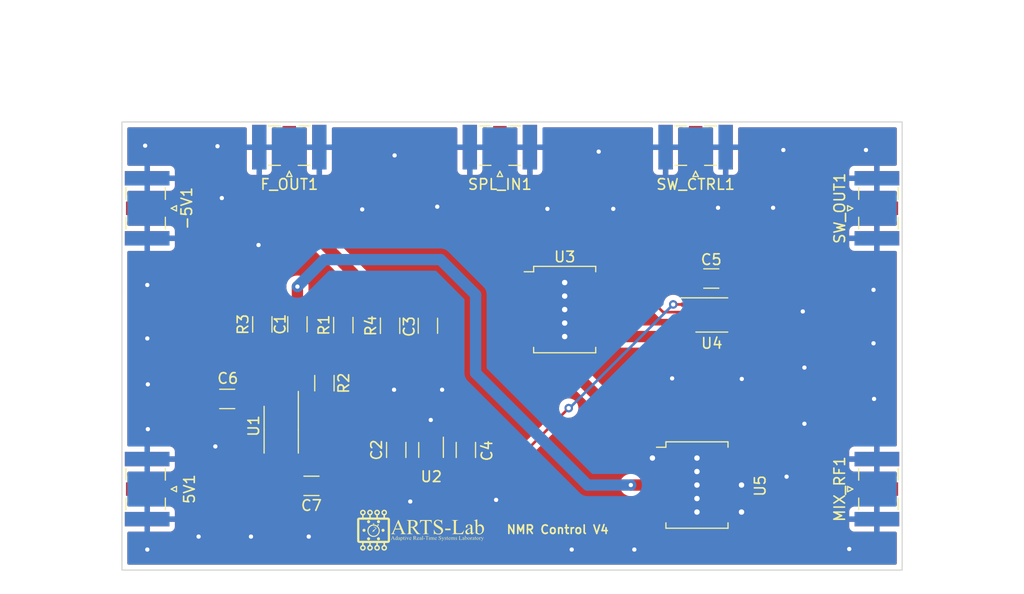
<source format=kicad_pcb>
(kicad_pcb (version 20211014) (generator pcbnew)
  (layers (0 "F.Cu" signal) (31 "B.Cu" signal) (34 "B.Paste" user) (35 "F.Paste" user) (36 "B.SilkS" user "B.Silkscreen") (37 "F.SilkS" user "F.Silkscreen") (38 "B.Mask" user) (39 "F.Mask" user) (44 "Edge.Cuts" user))
  (net 0 "")
  (net 1 "Net-(C1-Pad1)")
  (net 2 "Net-(C1-Pad2)")
  (net 3 "Net-(C2-Pad1)")
  (net 4 "GND")
  (net 5 "Net-(C3-Pad2)")
  (net 6 "Net-(C4-Pad1)")
  (net 7 "Net-(R1-Pad2)")
  (net 8 "Net-(R2-Pad2)")
  (net 12 "Net-(U3-Pad3)")
  (net 13 "Net-(U3-Pad4)")
  (net 15 "Net-(U1-Pad6)")
  (net 16 "Net-(-5V1-Pad1)")
  (net 17 "Net-(MIX_RF1-Pad1)")
  (net 18 "Net-(SPL_IN1-Pad1)")
  (net 19 "Net-(SW_CTRL1-Pad1)")
  (net 20 "Net-(SW_OUT1-Pad1)")
  (footprint "Connector_Coaxial:SMA_Samtec_SMA-J-P-X-ST-EM1_EdgeMount" (layer "F.Cu") (at 103.4685 64.262 -90)
    (fp_text reference "-5V1" (at 0 -3.7195 90) (layer "F.SilkS"))
    (fp_text value "Conn_Coaxial")
    (pad "1" smd rect (at 0 0.2 270) (size 1.27 3.6) (layers "F.Cu" "F.Paste" "F.Mask") (net 16 "Net-(-5V1-Pad1)"))
    (pad "2" smd rect (at 2.825 0 270) (size 1.35 4.2) (layers "F.Cu" "F.Paste" "F.Mask") (net 4 "GND"))
    (pad "2" smd rect (at 2.825 0 270) (size 1.35 4.2) (layers "B.Cu" "B.Paste" "B.Mask") (net 4 "GND"))
    (pad "2" smd rect (at -2.825 0 270) (size 1.35 4.2) (layers "F.Cu" "F.Paste" "F.Mask") (net 4 "GND"))
    (pad "2" smd rect (at -2.825 0 270) (size 1.35 4.2) (layers "B.Cu" "B.Paste" "B.Mask") (net 4 "GND"))
  )
  (footprint "Graphics:ARTS" (layer "F.Cu") (at 129.1844 94.5388)
    (fp_text reference "G***" hide)
    (fp_text value "LOGO" hide)
  )
  (footprint "Capacitor_SMD:C_1206_3216Metric" (layer "F.Cu") (at 117.602 75.1715 90)
    (fp_text reference "C1" (at 0 -1.6256 90) (layer "F.SilkS"))
    (fp_text value "C")
    (pad "1" smd roundrect (at -1.475 0 90) (size 1.15 1.8) (layers "F.Cu" "F.Paste" "F.Mask") (roundrect_rratio 0.2173913043) (net 1 "Net-(C1-Pad1)"))
    (pad "2" smd roundrect (at 1.475 0 90) (size 1.15 1.8) (layers "F.Cu" "F.Paste" "F.Mask") (roundrect_rratio 0.2173913043) (net 2 "Net-(C1-Pad2)"))
  )
  (footprint "Resistor_SMD:R_1206_3216Metric" (layer "F.Cu") (at 120.142 80.7105 -90)
    (fp_text reference "R2" (at 0 -1.82 90) (layer "F.SilkS"))
    (fp_text value "R")
    (pad "1" smd roundrect (at -1.4625 0 270) (size 1.125 1.75) (layers "F.Cu" "F.Paste" "F.Mask") (roundrect_rratio 0.2222222222) (net 7 "Net-(R1-Pad2)"))
    (pad "2" smd roundrect (at 1.4625 0 270) (size 1.125 1.75) (layers "F.Cu" "F.Paste" "F.Mask") (roundrect_rratio 0.2222222222) (net 8 "Net-(R2-Pad2)"))
  )
  (footprint "Connector_Coaxial:SMA_Samtec_SMA-J-P-X-ST-EM1_EdgeMount" (layer "F.Cu") (at 116.84 58.5105 180)
    (fp_text reference "F_OUT1" (at 0 -3.5) (layer "F.SilkS"))
    (fp_text value "Conn_Coaxial")
    (pad "1" smd rect (at 0 0.2 180) (size 1.27 3.6) (layers "F.Cu" "F.Paste" "F.Mask") (net 5 "Net-(C3-Pad2)"))
    (pad "2" smd rect (at -2.825 0 180) (size 1.35 4.2) (layers "F.Cu" "F.Paste" "F.Mask") (net 4 "GND"))
    (pad "2" smd rect (at 2.825 0 180) (size 1.35 4.2) (layers "F.Cu" "F.Paste" "F.Mask") (net 4 "GND"))
    (pad "2" smd rect (at -2.825 0 180) (size 1.35 4.2) (layers "B.Cu" "B.Paste" "B.Mask") (net 4 "GND"))
    (pad "2" smd rect (at 2.825 0 180) (size 1.35 4.2) (layers "B.Cu" "B.Paste" "B.Mask") (net 4 "GND"))
  )
  (footprint "Capacitor_SMD:C_1206_3216Metric" (layer "F.Cu") (at 129.879 75.311 90)
    (fp_text reference "C3" (at -0.0762 -1.7614 90) (layer "F.SilkS"))
    (fp_text value "C")
    (pad "1" smd roundrect (at -1.475 0 90) (size 1.15 1.8) (layers "F.Cu" "F.Paste" "F.Mask") (roundrect_rratio 0.2173913043) (net 4 "GND"))
    (pad "2" smd roundrect (at 1.475 0 90) (size 1.15 1.8) (layers "F.Cu" "F.Paste" "F.Mask") (roundrect_rratio 0.2173913043) (net 5 "Net-(C3-Pad2)"))
  )
  (footprint "Resistor_SMD:R_1206_3216Metric" (layer "F.Cu") (at 121.92 75.2495 -90)
    (fp_text reference "R1" (at 0 1.8288 90) (layer "F.SilkS"))
    (fp_text value "R")
    (pad "1" smd roundrect (at -1.4625 0 270) (size 1.125 1.75) (layers "F.Cu" "F.Paste" "F.Mask") (roundrect_rratio 0.2222222222) (net 4 "GND"))
    (pad "2" smd roundrect (at 1.4625 0 270) (size 1.125 1.75) (layers "F.Cu" "F.Paste" "F.Mask") (roundrect_rratio 0.2222222222) (net 7 "Net-(R1-Pad2)"))
  )
  (footprint "Capacitor_SMD:C_1206_3216Metric" (layer "F.Cu") (at 110.998 82.1944)
    (fp_text reference "C6" (at 0.0508 -1.9304) (layer "F.SilkS"))
    (fp_text value "0.1uF")
    (pad "1" smd roundrect (at -1.475 0) (size 1.15 1.8) (layers "F.Cu" "F.Paste" "F.Mask") (roundrect_rratio 0.2173913043) (net 4 "GND"))
    (pad "2" smd roundrect (at 1.475 0) (size 1.15 1.8) (layers "F.Cu" "F.Paste" "F.Mask") (roundrect_rratio 0.2173913043) (net 16 "Net-(-5V1-Pad1)"))
  )
  (footprint "Connector_Coaxial:SMA_Samtec_SMA-J-P-X-ST-EM1_EdgeMount" (layer "F.Cu") (at 172.1215 64.262 90)
    (fp_text reference "SW_OUT1" (at 0 -3.5 90) (layer "F.SilkS"))
    (fp_text value "Conn_Coaxial")
    (pad "1" smd rect (at 0 0.2 90) (size 1.27 3.6) (layers "F.Cu" "F.Paste" "F.Mask") (net 20 "Net-(SW_OUT1-Pad1)"))
    (pad "2" smd rect (at -2.825 0 90) (size 1.35 4.2) (layers "F.Cu" "F.Paste" "F.Mask") (net 4 "GND"))
    (pad "2" smd rect (at -2.825 0 90) (size 1.35 4.2) (layers "B.Cu" "B.Paste" "B.Mask") (net 4 "GND"))
    (pad "2" smd rect (at 2.825 0 90) (size 1.35 4.2) (layers "B.Cu" "B.Paste" "B.Mask") (net 4 "GND"))
    (pad "2" smd rect (at 2.825 0 90) (size 1.35 4.2) (layers "F.Cu" "F.Paste" "F.Mask") (net 4 "GND"))
  )
  (footprint "Resistor_SMD:R_1206_3216Metric" (layer "F.Cu") (at 114.3 75.184 90)
    (fp_text reference "R3" (at 0 -1.82 90) (layer "F.SilkS"))
    (fp_text value "R")
    (pad "1" smd roundrect (at -1.4625 0 90) (size 1.125 1.75) (layers "F.Cu" "F.Paste" "F.Mask") (roundrect_rratio 0.2222222222) (net 1 "Net-(C1-Pad1)"))
    (pad "2" smd roundrect (at 1.4625 0 90) (size 1.125 1.75) (layers "F.Cu" "F.Paste" "F.Mask") (roundrect_rratio 0.2222222222) (net 4 "GND"))
  )
  (footprint "RF_Mini-Circuits:Mini-Circuits_CD636_LandPatternPL-035" (layer "F.Cu") (at 142.748 73.787)
    (fp_text reference "U3" (at 0.004446 -4.953) (layer "F.SilkS"))
    (fp_text value "ADP-2-1W")
    (pad "1" smd rect (at -2.54 -2.54 270) (size 1.651 2.54) (layers "F.Cu" "F.Paste" "F.Mask") (net 18 "Net-(SPL_IN1-Pad1)") (clearance 0.635))
    (pad "2" smd rect (at -2.54 0 270) (size 1.651 2.54) (layers "F.Cu" "F.Paste" "F.Mask") (clearance 0.635))
    (pad "3" smd rect (at -2.54 2.54 270) (size 1.651 2.54) (layers "F.Cu" "F.Paste" "F.Mask") (net 12 "Net-(U3-Pad3)") (clearance 0.635))
    (pad "4" smd rect (at 2.54 2.54 270) (size 1.651 2.54) (layers "F.Cu" "F.Paste" "F.Mask") (net 13 "Net-(U3-Pad4)") (clearance 0.635))
    (pad "5" smd rect (at 2.54 0 270) (size 1.651 2.54) (layers "F.Cu" "F.Paste" "F.Mask") (clearance 0.635))
    (pad "6" smd rect (at 0.9525 -2.54 270) (size 1.651 0.635) (layers "F.Cu") (net 4 "GND"))
    (pad "6" thru_hole circle (at 0 -1.27 270) (size 1.016 1.016) (drill 0.508) (layers *.Cu) (net 4 "GND"))
    (pad "6" thru_hole circle (at 0 2.54 270) (size 1.016 1.016) (drill 0.508) (layers *.Cu) (net 4 "GND"))
    (pad "6" smd rect (at 2.54 -2.54 270) (size 1.651 2.54) (layers "F.Cu" "F.Paste" "F.Mask") (net 4 "GND"))
    (pad "6" smd rect (at 0 0 270) (size 6.731 1.27) (layers "F.Cu") (net 4 "GND"))
    (pad "6" thru_hole circle (at 0 0 270) (size 1.016 1.016) (drill 0.508) (layers *.Cu) (net 4 "GND"))
    (pad "6" thru_hole circle (at 0 1.27 270) (size 1.016 1.016) (drill 0.508) (layers *.Cu) (net 4 "GND"))
    (pad "6" thru_hole circle (at 0 -2.54 270) (size 1.016 1.016) (drill 0.508) (layers *.Cu) (net 4 "GND"))
  )
  (footprint "Connector_Coaxial:SMA_Samtec_SMA-J-P-X-ST-EM1_EdgeMount" (layer "F.Cu") (at 155.067 58.5105 180)
    (fp_text reference "SW_CTRL1" (at 0 -3.5) (layer "F.SilkS"))
    (fp_text value "Conn_Coaxial")
    (pad "1" smd rect (at 0 0.2 180) (size 1.27 3.6) (layers "F.Cu" "F.Paste" "F.Mask") (net 19 "Net-(SW_CTRL1-Pad1)"))
    (pad "2" smd rect (at -2.825 0 180) (size 1.35 4.2) (layers "F.Cu" "F.Paste" "F.Mask") (net 4 "GND"))
    (pad "2" smd rect (at 2.825 0 180) (size 1.35 4.2) (layers "F.Cu" "F.Paste" "F.Mask") (net 4 "GND"))
    (pad "2" smd rect (at -2.825 0 180) (size 1.35 4.2) (layers "B.Cu" "B.Paste" "B.Mask") (net 4 "GND"))
    (pad "2" smd rect (at 2.825 0 180) (size 1.35 4.2) (layers "B.Cu" "B.Paste" "B.Mask") (net 4 "GND"))
  )
  (footprint "Connector_Coaxial:SMA_Samtec_SMA-J-P-X-ST-EM1_EdgeMount" (layer "F.Cu") (at 136.652 58.5105 180)
    (fp_text reference "SPL_IN1" (at 0 -3.5) (layer "F.SilkS"))
    (fp_text value "Conn_Coaxial")
    (pad "1" smd rect (at 0 0.2 180) (size 1.27 3.6) (layers "F.Cu" "F.Paste" "F.Mask") (net 18 "Net-(SPL_IN1-Pad1)"))
    (pad "2" smd rect (at 2.825 0 180) (size 1.35 4.2) (layers "F.Cu" "F.Paste" "F.Mask") (net 4 "GND"))
    (pad "2" smd rect (at -2.825 0 180) (size 1.35 4.2) (layers "B.Cu" "B.Paste" "B.Mask") (net 4 "GND"))
    (pad "2" smd rect (at 2.825 0 180) (size 1.35 4.2) (layers "B.Cu" "B.Paste" "B.Mask") (net 4 "GND"))
    (pad "2" smd rect (at -2.825 0 180) (size 1.35 4.2) (layers "F.Cu" "F.Paste" "F.Mask") (net 4 "GND"))
  )
  (footprint "Capacitor_SMD:C_1206_3216Metric" (layer "F.Cu") (at 118.9228 90.3732 180)
    (fp_text reference "C7" (at 0 -1.85) (layer "F.SilkS"))
    (fp_text value "0.1uF")
    (pad "1" smd roundrect (at -1.475 0 180) (size 1.15 1.8) (layers "F.Cu" "F.Paste" "F.Mask") (roundrect_rratio 0.2173913043) (net 4 "GND"))
    (pad "2" smd roundrect (at 1.475 0 180) (size 1.15 1.8) (layers "F.Cu" "F.Paste" "F.Mask") (roundrect_rratio 0.2173913043) (net 3 "Net-(C2-Pad1)"))
  )
  (footprint "Package_TO_SOT_SMD:SOT-353_SC-70-5" (layer "F.Cu") (at 130.175 86.995 -90)
    (fp_text reference "U2" (at 2.5146 -0.0254 180) (layer "F.SilkS"))
    (fp_text value "NCP715-1.8V")
    (pad "1" smd rect (at -0.95 -0.65 270) (size 0.65 0.4) (layers "F.Cu" "F.Paste" "F.Mask"))
    (pad "2" smd rect (at -0.95 0 270) (size 0.65 0.4) (layers "F.Cu" "F.Paste" "F.Mask") (net 4 "GND"))
    (pad "3" smd rect (at -0.95 0.65 270) (size 0.65 0.4) (layers "F.Cu" "F.Paste" "F.Mask"))
    (pad "4" smd rect (at 0.95 0.65 270) (size 0.65 0.4) (layers "F.Cu" "F.Paste" "F.Mask") (net 3 "Net-(C2-Pad1)"))
    (pad "5" smd rect (at 0.95 -0.65 270) (size 0.65 0.4) (layers "F.Cu" "F.Paste" "F.Mask") (net 6 "Net-(C4-Pad1)"))
  )
  (footprint "Capacitor_SMD:C_1206_3216Metric" (layer "F.Cu") (at 133.4516 86.995 90)
    (fp_text reference "C4" (at -0.0762 1.9812 90) (layer "F.SilkS"))
    (fp_text value "1 uF")
    (pad "1" smd roundrect (at -1.475 0 90) (size 1.15 1.8) (layers "F.Cu" "F.Paste" "F.Mask") (roundrect_rratio 0.2173913043) (net 6 "Net-(C4-Pad1)"))
    (pad "2" smd roundrect (at 1.475 0 90) (size 1.15 1.8) (layers "F.Cu" "F.Paste" "F.Mask") (roundrect_rratio 0.2173913043) (net 4 "GND"))
  )
  (footprint "Capacitor_SMD:C_1206_3216Metric" (layer "F.Cu") (at 126.8984 86.995 90)
    (fp_text reference "C2" (at 0 -1.85 90) (layer "F.SilkS"))
    (fp_text value "1 uF")
    (pad "1" smd roundrect (at -1.475 0 90) (size 1.15 1.8) (layers "F.Cu" "F.Paste" "F.Mask") (roundrect_rratio 0.2173913043) (net 3 "Net-(C2-Pad1)"))
    (pad "2" smd roundrect (at 1.475 0 90) (size 1.15 1.8) (layers "F.Cu" "F.Paste" "F.Mask") (roundrect_rratio 0.2173913043) (net 4 "GND"))
  )
  (footprint "Resistor_SMD:R_1206_3216Metric" (layer "F.Cu") (at 126.323 75.311 90)
    (fp_text reference "R4" (at 0 -1.82 90) (layer "F.SilkS"))
    (fp_text value "R")
    (pad "1" smd roundrect (at -1.4625 0 90) (size 1.125 1.75) (layers "F.Cu" "F.Paste" "F.Mask") (roundrect_rratio 0.2222222222) (net 8 "Net-(R2-Pad2)"))
    (pad "2" smd roundrect (at 1.4625 0 90) (size 1.125 1.75) (layers "F.Cu" "F.Paste" "F.Mask") (roundrect_rratio 0.2222222222) (net 5 "Net-(C3-Pad2)"))
  )
  (footprint "Connector_Coaxial:SMA_Samtec_SMA-J-P-X-ST-EM1_EdgeMount" (layer "F.Cu") (at 103.4685 90.678 -90)
    (fp_text reference "5V1" (at 0 -3.9735 90) (layer "F.SilkS"))
    (fp_text value "Conn_Coaxial")
    (pad "1" smd rect (at 0 0.2 270) (size 1.27 3.6) (layers "F.Cu" "F.Paste" "F.Mask") (net 3 "Net-(C2-Pad1)"))
    (pad "2" smd rect (at 2.825 0 270) (size 1.35 4.2) (layers "B.Cu" "B.Paste" "B.Mask") (net 4 "GND"))
    (pad "2" smd rect (at -2.825 0 270) (size 1.35 4.2) (layers "F.Cu" "F.Paste" "F.Mask") (net 4 "GND"))
    (pad "2" smd rect (at 2.825 0 270) (size 1.35 4.2) (layers "F.Cu" "F.Paste" "F.Mask") (net 4 "GND"))
    (pad "2" smd rect (at -2.825 0 270) (size 1.35 4.2) (layers "B.Cu" "B.Paste" "B.Mask") (net 4 "GND"))
  )
  (footprint "Package_SO:TSSOP-8_4.4x3mm_P0.65mm" (layer "F.Cu") (at 116.078 85.09 -90)
    (fp_text reference "U1" (at -0.3556 2.5908 -90) (layer "F.SilkS"))
    (fp_text value "LM4565")
    (pad "1" smd roundrect (at -2.8625 -0.975 270) (size 1.475 0.4) (layers "F.Cu" "F.Paste" "F.Mask") (net 8 "Net-(R2-Pad2)"))
    (pad "2" smd roundrect (at -2.8625 -0.325 270) (size 1.475 0.4) (layers "F.Cu" "F.Paste" "F.Mask") (net 7 "Net-(R1-Pad2)"))
    (pad "3" smd roundrect (at -2.8625 0.325 270) (size 1.475 0.4) (layers "F.Cu" "F.Paste" "F.Mask") (net 1 "Net-(C1-Pad1)"))
    (pad "4" smd roundrect (at -2.8625 0.975 270) (size 1.475 0.4) (layers "F.Cu" "F.Paste" "F.Mask") (net 16 "Net-(-5V1-Pad1)"))
    (pad "5" smd roundrect (at 2.8625 0.975 270) (size 1.475 0.4) (layers "F.Cu" "F.Paste" "F.Mask") (net 4 "GND"))
    (pad "6" smd roundrect (at 2.8625 0.325 270) (size 1.475 0.4) (layers "F.Cu" "F.Paste" "F.Mask") (net 15 "Net-(U1-Pad6)"))
    (pad "7" smd roundrect (at 2.8625 -0.325 270) (size 1.475 0.4) (layers "F.Cu" "F.Paste" "F.Mask") (net 15 "Net-(U1-Pad6)"))
    (pad "8" smd roundrect (at 2.8625 -0.975 270) (size 1.475 0.4) (layers "F.Cu" "F.Paste" "F.Mask") (net 3 "Net-(C2-Pad1)"))
  )
  (footprint "RF_Mini-Circuits:Mini-Circuits_CD542_LandPatternPL-052" (layer "F.Cu") (at 155.194 90.297)
    (fp_text reference "U5" (at 5.9436 0.0762 90) (layer "F.SilkS"))
    (fp_text value "ADE-6")
    (pad "1" smd rect (at -2.032 -2.54) (size 5.334 1.651) (layers "F.Cu") (net 4 "GND"))
    (pad "1" thru_hole circle (at 0 -1.27) (size 1.016 1.016) (drill 0.508) (layers *.Cu) (net 4 "GND"))
    (pad "1" thru_hole circle (at 0 0) (size 1.016 1.016) (drill 0.508) (layers *.Cu) (net 4 "GND"))
    (pad "1" thru_hole circle (at 0 1.27) (size 1.016 1.016) (drill 0.508) (layers *.Cu) (net 4 "GND"))
    (pad "1" smd rect (at 0 0) (size 1.27 6.731) (layers "F.Cu") (net 4 "GND"))
    (pad "1" thru_hole circle (at 0 -2.54) (size 1.016 1.016) (drill 0.508) (layers *.Cu) (net 4 "GND"))
    (pad "1" thru_hole circle (at 0 2.54) (size 1.016 1.016) (drill 0.508) (layers *.Cu) (net 4 "GND"))
    (pad "1" thru_hole circle (at -4.191 -2.54) (size 1.016 1.016) (drill 0.508) (layers *.Cu) (net 4 "GND"))
    (pad "1" smd rect (at -2.54 -2.54) (size 2.54 1.651) (layers "F.Cu" "F.Paste" "F.Mask") (net 4 "GND"))
    (pad "2" smd rect (at -2.54 0) (size 2.54 1.651) (layers "F.Cu" "F.Paste" "F.Mask") (net 2 "Net-(C1-Pad2)") (clearance 0.635))
    (pad "3" smd rect (at -2.54 2.54) (size 2.54 1.651) (layers "F.Cu" "F.Paste" "F.Mask") (net 17 "Net-(MIX_RF1-Pad1)") (clearance 0.635))
    (pad "4" smd rect (at 2.54 2.54) (size 2.54 1.651) (layers "F.Cu" "F.Paste" "F.Mask") (net 4 "GND"))
    (pad "4" thru_hole circle (at 4.191 2.54) (size 1.016 1.016) (drill 0.508) (layers *.Cu) (net 4 "GND"))
    (pad "4" smd rect (at 2.032 1.27) (size 5.334 4.191) (layers "F.Cu") (net 4 "GND"))
    (pad "5" thru_hole circle (at 4.191 0) (size 1.016 1.016) (drill 0.508) (layers *.Cu) (net 4 "GND"))
    (pad "5" smd rect (at 2.54 0) (size 2.54 1.651) (layers "F.Cu" "F.Paste" "F.Mask") (net 4 "GND"))
    (pad "6" smd rect (at 2.54 -2.54) (size 2.54 1.651) (layers "F.Cu" "F.Paste" "F.Mask") (net 12 "Net-(U3-Pad3)") (clearance 0.635))
  )
  (footprint "Capacitor_SMD:C_1206_3216Metric" (layer "F.Cu") (at 156.542 70.866 180)
    (fp_text reference "C5" (at 0 1.778) (layer "F.SilkS"))
    (fp_text value "0.1 uF")
    (pad "1" smd roundrect (at -1.475 0 180) (size 1.15 1.8) (layers "F.Cu" "F.Paste" "F.Mask") (roundrect_rratio 0.2173913043) (net 4 "GND"))
    (pad "2" smd roundrect (at 1.475 0 180) (size 1.15 1.8) (layers "F.Cu" "F.Paste" "F.Mask") (roundrect_rratio 0.2173913043) (net 6 "Net-(C4-Pad1)"))
  )
  (footprint "Package_SO:MSOP-8_3x3mm_P0.65mm" (layer "F.Cu") (at 156.591 74.295)
    (fp_text reference "U4" (at 0 2.667) (layer "F.SilkS"))
    (fp_text value "ADG901BRMZ")
    (pad "1" smd roundrect (at -2.1125 -0.975) (size 1.625 0.4) (layers "F.Cu" "F.Paste" "F.Mask") (net 6 "Net-(C4-Pad1)"))
    (pad "2" smd roundrect (at -2.1125 -0.325) (size 1.625 0.4) (layers "F.Cu" "F.Paste" "F.Mask") (net 19 "Net-(SW_CTRL1-Pad1)"))
    (pad "3" smd roundrect (at -2.1125 0.325) (size 1.625 0.4) (layers "F.Cu" "F.Paste" "F.Mask") (net 4 "GND"))
    (pad "4" smd roundrect (at -2.1125 0.975) (size 1.625 0.4) (layers "F.Cu" "F.Paste" "F.Mask") (net 13 "Net-(U3-Pad4)"))
    (pad "5" smd roundrect (at 2.1125 0.975) (size 1.625 0.4) (layers "F.Cu" "F.Paste" "F.Mask") (net 4 "GND"))
    (pad "6" smd roundrect (at 2.1125 0.325) (size 1.625 0.4) (layers "F.Cu" "F.Paste" "F.Mask") (net 4 "GND"))
    (pad "7" smd roundrect (at 2.1125 -0.325) (size 1.625 0.4) (layers "F.Cu" "F.Paste" "F.Mask") (net 4 "GND"))
    (pad "8" smd roundrect (at 2.1125 -0.975) (size 1.625 0.4) (layers "F.Cu" "F.Paste" "F.Mask") (net 20 "Net-(SW_OUT1-Pad1)"))
  )
  (footprint "Connector_Coaxial:SMA_Samtec_SMA-J-P-X-ST-EM1_EdgeMount" (layer "F.Cu") (at 172.1215 90.678 90)
    (fp_text reference "MIX_RF1" (at 0 -3.5 90) (layer "F.SilkS"))
    (fp_text value "Conn_Coaxial")
    (pad "1" smd rect (at 0 0.2 90) (size 1.27 3.6) (layers "F.Cu" "F.Paste" "F.Mask") (net 17 "Net-(MIX_RF1-Pad1)"))
    (pad "2" smd rect (at 2.825 0 90) (size 1.35 4.2) (layers "B.Cu" "B.Paste" "B.Mask") (net 4 "GND"))
    (pad "2" smd rect (at -2.825 0 90) (size 1.35 4.2) (layers "B.Cu" "B.Paste" "B.Mask") (net 4 "GND"))
    (pad "2" smd rect (at 2.825 0 90) (size 1.35 4.2) (layers "F.Cu" "F.Paste" "F.Mask") (net 4 "GND"))
    (pad "2" smd rect (at -2.825 0 90) (size 1.35 4.2) (layers "F.Cu" "F.Paste" "F.Mask") (net 4 "GND"))
  )
  (gr_line (start 174.498 98.298) (end 101.092 98.298) (layer "Edge.Cuts") (width 0.1))
  (gr_line (start 174.498 56.134) (end 174.498 98.298) (layer "Edge.Cuts") (width 0.1))
  (gr_line (start 101.092 56.134) (end 174.498 56.134) (layer "Edge.Cuts") (width 0.1))
  (gr_line (start 101.092 72.136) (end 101.092 56.134) (layer "Edge.Cuts") (width 0.1))
  (gr_line (start 101.092 98.298) (end 101.092 72.136) (layer "Edge.Cuts") (width 0.1))
  (gr_text "NMR Control V4" (at 142.0876 94.488) (layer "F.SilkS") (effects (font (size 0.8 0.8))))
  (segment (start 114.3 79.121) (end 115.443 80.264) (width 1.06587) (layer "F.Cu") (net 1))
  (segment (start 114.3 76.6465) (end 117.602 76.6465) (width 1.06587) (layer "F.Cu") (net 1))
  (segment (start 114.3 76.6465) (end 114.3 79.121) (width 1.06587) (layer "F.Cu") (net 1))
  (segment (start 115.753 82.2275) (end 115.753 80.574) (width 0.25) (layer "F.Cu") (net 1))
  (segment (start 115.753 80.574) (end 115.443 80.264) (width 0.25) (layer "F.Cu") (net 1))
  (segment (start 152.654 90.297) (end 148.971 90.297) (width 1.06587) (layer "F.Cu") (net 2))
  (segment (start 117.602 71.628) (end 117.602 73.6965) (width 1.06587) (layer "F.Cu") (net 2))
  (via (at 117.602 71.628) (size 0.8) (drill 0.4) (layers "F.Cu" "B.Cu") (net 2))
  (via (at 148.971 90.297) (size 0.8) (drill 0.4) (layers "F.Cu" "B.Cu") (net 2))
  (segment (start 131.064 69.088) (end 120.142 69.088) (width 1.06587) (layer "B.Cu") (net 2))
  (segment (start 134.366 79.756) (end 134.366 72.39) (width 1.06587) (layer "B.Cu") (net 2))
  (segment (start 144.907 90.297) (end 134.366 79.756) (width 1.06587) (layer "B.Cu") (net 2))
  (segment (start 134.366 72.39) (end 131.064 69.088) (width 1.06587) (layer "B.Cu") (net 2))
  (segment (start 120.142 69.088) (end 117.602 71.628) (width 1.06587) (layer "B.Cu") (net 2))
  (segment (start 148.971 90.297) (end 144.907 90.297) (width 1.06587) (layer "B.Cu") (net 2))
  (segment (start 117.335455 90.260855) (end 117.335455 87.9525) (width 1.06587) (layer "F.Cu") (net 3))
  (segment (start 117.143 90.678) (end 117.4478 90.3732) (width 1.06587) (layer "F.Cu") (net 3))
  (segment (start 117.4478 88.2886) (end 117.3988 88.2396) (width 1.06587) (layer "F.Cu") (net 3))
  (segment (start 126.8984 88.47) (end 129 88.47) (width 1.06587) (layer "F.Cu") (net 3))
  (segment (start 103.2685 90.678) (end 117.143 90.678) (width 1.06587) (layer "F.Cu") (net 3))
  (segment (start 126.717 88.2886) (end 126.8984 88.47) (width 1.06587) (layer "F.Cu") (net 3))
  (segment (start 117.4478 88.2886) (end 126.717 88.2886) (width 1.06587) (layer "F.Cu") (net 3))
  (segment (start 117.4478 90.3732) (end 117.335455 90.260855) (width 1.06587) (layer "F.Cu") (net 3))
  (segment (start 129 88.47) (end 129.525 87.945) (width 1.06587) (layer "F.Cu") (net 3))
  (segment (start 154.4785 74.62) (end 158.7035 74.62) (width 0.25) (layer "F.Cu") (net 4))
  (segment (start 130.175 84.201) (end 130.1496 84.1756) (width 0.25) (layer "F.Cu") (net 4))
  (segment (start 130.175 86.045) (end 130.175 84.201) (width 0.25) (layer "F.Cu") (net 4))
  (via (at 103.5304 80.8228) (size 0.8) (drill 0.4) (layers "F.Cu" "B.Cu") (net 4))
  (via (at 103.4796 76.5048) (size 0.8) (drill 0.4) (layers "F.Cu" "B.Cu") (net 4))
  (via (at 165.1508 73.9648) (size 0.8) (drill 0.4) (layers "F.Cu" "B.Cu") (net 4))
  (via (at 165.3032 84.5312) (size 0.8) (drill 0.4) (layers "F.Cu" "B.Cu") (net 4))
  (via (at 126.746 59.2836) (size 0.8) (drill 0.4) (layers "F.Cu" "B.Cu") (net 4))
  (via (at 162.3568 64.2112) (size 0.8) (drill 0.4) (layers "F.Cu" "B.Cu") (net 4))
  (via (at 159.4104 80.3148) (size 0.8) (drill 0.4) (layers "F.Cu" "B.Cu") (net 4))
  (via (at 110.0836 58.42) (size 0.8) (drill 0.4) (layers "F.Cu" "B.Cu") (net 4))
  (via (at 103.4796 96.3676) (size 0.8) (drill 0.4) (layers "F.Cu" "B.Cu") (net 4))
  (via (at 128.2192 91.8464) (size 0.8) (drill 0.4) (layers "F.Cu" "B.Cu") (net 4))
  (via (at 141.1224 64.3128) (size 0.8) (drill 0.4) (layers "F.Cu" "B.Cu") (net 4))
  (via (at 165.3032 79.248) (size 0.8) (drill 0.4) (layers "F.Cu" "B.Cu") (net 4))
  (via (at 143.4084 96.3676) (size 0.8) (drill 0.4) (layers "F.Cu" "B.Cu") (net 4))
  (via (at 123.698 64.3636) (size 0.8) (drill 0.4) (layers "F.Cu" "B.Cu") (net 4))
  (via (at 109.8804 86.6648) (size 0.8) (drill 0.4) (layers "F.Cu" "B.Cu") (net 4))
  (via (at 169.5196 96.3168) (size 0.8) (drill 0.4) (layers "F.Cu" "B.Cu") (net 4))
  (via (at 163.322 58.7756) (size 0.8) (drill 0.4) (layers "F.Cu" "B.Cu") (net 4))
  (via (at 145.9484 58.928) (size 0.8) (drill 0.4) (layers "F.Cu" "B.Cu") (net 4))
  (via (at 113.2332 95.1484) (size 0.8) (drill 0.4) (layers "F.Cu" "B.Cu") (net 4))
  (via (at 108.3056 95.1484) (size 0.8) (drill 0.4) (layers "F.Cu" "B.Cu") (net 4))
  (via (at 171.8056 71.9328) (size 0.8) (drill 0.4) (layers "F.Cu" "B.Cu") (net 4))
  (via (at 149.3012 96.3676) (size 0.8) (drill 0.4) (layers "F.Cu" "B.Cu") (net 4))
  (via (at 103.2764 58.3692) (size 0.8) (drill 0.4) (layers "F.Cu" "B.Cu") (net 4))
  (via (at 171.8564 82.1944) (size 0.8) (drill 0.4) (layers "F.Cu" "B.Cu") (net 4))
  (via (at 171.8056 76.962) (size 0.8) (drill 0.4) (layers "F.Cu" "B.Cu") (net 4))
  (via (at 130.7592 64.1096) (size 0.8) (drill 0.4) (layers "F.Cu" "B.Cu") (net 4))
  (via (at 131.2164 81.3308) (size 0.8) (drill 0.4) (layers "F.Cu" "B.Cu") (net 4))
  (via (at 118.6688 95.1484) (size 0.8) (drill 0.4) (layers "F.Cu" "B.Cu") (net 4))
  (via (at 126.6952 81.3308) (size 0.8) (drill 0.4) (layers "F.Cu" "B.Cu") (net 4))
  (via (at 103.4796 71.4756) (size 0.8) (drill 0.4) (layers "F.Cu" "B.Cu") (net 4))
  (via (at 130.1496 84.1756) (size 0.8) (drill 0.4) (layers "F.Cu" "B.Cu") (net 4))
  (via (at 171.0944 58.7756) (size 0.8) (drill 0.4) (layers "F.Cu" "B.Cu") (net 4))
  (via (at 152.8572 80.264) (size 0.8) (drill 0.4) (layers "F.Cu" "B.Cu") (net 4))
  (via (at 136.2964 91.694) (size 0.8) (drill 0.4) (layers "F.Cu" "B.Cu") (net 4))
  (via (at 103.5304 85.0392) (size 0.8) (drill 0.4) (layers "F.Cu" "B.Cu") (net 4))
  (via (at 163.6268 89.5096) (size 0.8) (drill 0.4) (layers "F.Cu" "B.Cu") (net 4))
  (via (at 110.49 63.2968) (size 0.8) (drill 0.4) (layers "F.Cu" "B.Cu") (net 4))
  (via (at 157.1752 64.2112) (size 0.8) (drill 0.4) (layers "F.Cu" "B.Cu") (net 4))
  (via (at 147.32 64.3128) (size 0.8) (drill 0.4) (layers "F.Cu" "B.Cu") (net 4))
  (via (at 113.9444 67.7164) (size 0.8) (drill 0.4) (layers "F.Cu" "B.Cu") (net 4))
  (segment (start 126.323 73.8485) (end 129.8665 73.8485) (width 1.06587) (layer "F.Cu") (net 5))
  (segment (start 129.8665 73.8485) (end 129.879 73.836) (width 1.06587) (layer "F.Cu") (net 5))
  (segment (start 116.84 58.8185) (end 116.84 64.3655) (width 1.06587) (layer "F.Cu") (net 5))
  (segment (start 116.84 64.3655) (end 126.323 73.8485) (width 1.06587) (layer "F.Cu") (net 5))
  (segment (start 154.4629 73.3044) (end 154.4785 73.32) (width 0.25) (layer "F.Cu") (net 6))
  (segment (start 154.559 71.374) (end 154.559 72.898) (width 1.06587) (layer "F.Cu") (net 6))
  (segment (start 131.35 88.47) (end 130.825 87.945) (width 1.06587) (layer "F.Cu") (net 6))
  (segment (start 137.717 88.47) (end 133.4516 88.47) (width 0.25) (layer "F.Cu") (net 6))
  (segment (start 133.4516 88.47) (end 131.35 88.47) (width 1.06587) (layer "F.Cu") (net 6))
  (segment (start 155.067 70.866) (end 154.559 71.374) (width 1.06587) (layer "F.Cu") (net 6))
  (segment (start 137.717 88.47) (end 143.129 83.058) (width 0.25) (layer "F.Cu") (net 6))
  (segment (start 152.9588 73.3044) (end 154.4629 73.3044) (width 0.25) (layer "F.Cu") (net 6))
  (via (at 152.9588 73.3044) (size 0.8) (drill 0.4) (layers "F.Cu" "B.Cu") (net 6))
  (via (at 143.129 83.058) (size 0.8) (drill 0.4) (layers "F.Cu" "B.Cu") (net 6))
  (segment (start 143.2052 83.058) (end 143.129 83.058) (width 0.25) (layer "B.Cu") (net 6))
  (segment (start 152.9588 73.3044) (end 143.2052 83.058) (width 0.25) (layer "B.Cu") (net 6))
  (segment (start 117.200248 79.248) (end 116.70839 79.739858) (width 1.06587) (layer "F.Cu") (net 7))
  (segment (start 116.70839 79.739858) (end 116.70839 80.518) (width 1.06587) (layer "F.Cu") (net 7))
  (segment (start 120.142 79.248) (end 117.200248 79.248) (width 1.06587) (layer "F.Cu") (net 7))
  (segment (start 116.403 82.2275) (end 116.403 80.82339) (width 0.25) (layer "F.Cu") (net 7))
  (segment (start 116.403 80.82339) (end 116.70839 80.518) (width 0.25) (layer "F.Cu") (net 7))
  (segment (start 120.142 78.49) (end 121.92 76.712) (width 1.06587) (layer "F.Cu") (net 7))
  (segment (start 120.142 79.248) (end 120.142 78.49) (width 1.06587) (layer "F.Cu") (net 7))
  (segment (start 120.142 82.173) (end 120.9235 82.173) (width 1.06587) (layer "F.Cu") (net 8))
  (segment (start 120.9235 82.173) (end 126.323 76.7735) (width 1.06587) (layer "F.Cu") (net 8))
  (segment (start 120.142 82.173) (end 117.479 82.173) (width 1.06587) (layer "F.Cu") (net 8))
  (segment (start 117.479 82.173) (end 117.475 82.169) (width 1.06587) (layer "F.Cu") (net 8))
  (segment (start 153.543 83.566) (end 157.734 87.757) (width 1.06587) (layer "F.Cu") (net 12))
  (segment (start 147.447 83.566) (end 153.543 83.566) (width 1.06587) (layer "F.Cu") (net 12))
  (segment (start 140.208 76.327) (end 147.447 83.566) (width 1.06587) (layer "F.Cu") (net 12))
  (segment (start 145.288 76.327) (end 153.797 76.327) (width 1.06587) (layer "F.Cu") (net 13))
  (segment (start 153.797 76.327) (end 154.432 75.692) (width 1.06587) (layer "F.Cu") (net 13))
  (segment (start 116.403 87.9525) (end 115.753 87.9525) (width 0.25) (layer "F.Cu") (net 15))
  (segment (start 109.7788 67.90643) (end 106.13437 64.262) (width 1.06587) (layer "F.Cu") (net 16))
  (segment (start 112.473 82.1944) (end 109.7788 79.5002) (width 1.06587) (layer "F.Cu") (net 16))
  (segment (start 106.13437 64.262) (end 103.2685 64.262) (width 1.06587) (layer "F.Cu") (net 16))
  (segment (start 109.7788 79.5002) (end 109.7788 67.90643) (width 1.06587) (layer "F.Cu") (net 16))
  (segment (start 112.473 82.1944) (end 114.808 82.1944) (width 1.06587) (layer "F.Cu") (net 16))
  (segment (start 172.3215 90.678) (end 169.3672 90.678) (width 1.06587) (layer "F.Cu") (net 17))
  (segment (start 154.2288 95.7072) (end 152.654 94.1324) (width 1.06587) (layer "F.Cu") (net 17))
  (segment (start 164.338 95.7072) (end 154.2288 95.7072) (width 1.06587) (layer "F.Cu") (net 17))
  (segment (start 169.3672 90.678) (end 164.338 95.7072) (width 1.06587) (layer "F.Cu") (net 17))
  (segment (start 152.654 94.1324) (end 152.654 92.837) (width 1.06587) (layer "F.Cu") (net 17))
  (segment (start 136.652 67.691) (end 136.652 58.3105) (width 1.06587) (layer "F.Cu") (net 18))
  (segment (start 140.208 71.247) (end 136.652 67.691) (width 1.06587) (layer "F.Cu") (net 18))
  (segment (start 152.006911 74.028911) (end 154.419589 74.028911) (width 0.25) (layer "F.Cu") (net 19))
  (segment (start 155.067 58.3105) (end 155.067 62.2046) (width 0.25) (layer "F.Cu") (net 19))
  (segment (start 150.7236 72.7456) (end 152.006911 74.028911) (width 0.25) (layer "F.Cu") (net 19))
  (segment (start 150.7236 66.548) (end 150.7236 72.7456) (width 0.25) (layer "F.Cu") (net 19))
  (segment (start 154.419589 74.028911) (end 154.4785 73.97) (width 0.25) (layer "F.Cu") (net 19))
  (segment (start 155.067 62.2046) (end 150.7236 66.548) (width 0.25) (layer "F.Cu") (net 19))
  (segment (start 158.877 72.898) (end 167.513 64.262) (width 1.06587) (layer "F.Cu") (net 20))
  (segment (start 167.513 64.262) (end 172.3215 64.262) (width 1.06587) (layer "F.Cu") (net 20))
  (zone (net 4) (net_name "GND") (layers F&B.Cu) (connect_pads (clearance 0.508)) (min_thickness 0.254) (fill yes (thermal_gap 0.508) (thermal_bridge_width 0.508))
    (polygon (pts (xy 174.244 98.044) (xy 101.346 98.044) (xy 101.346 56.388) (xy 174.244 56.388)))
  )
)
</source>
